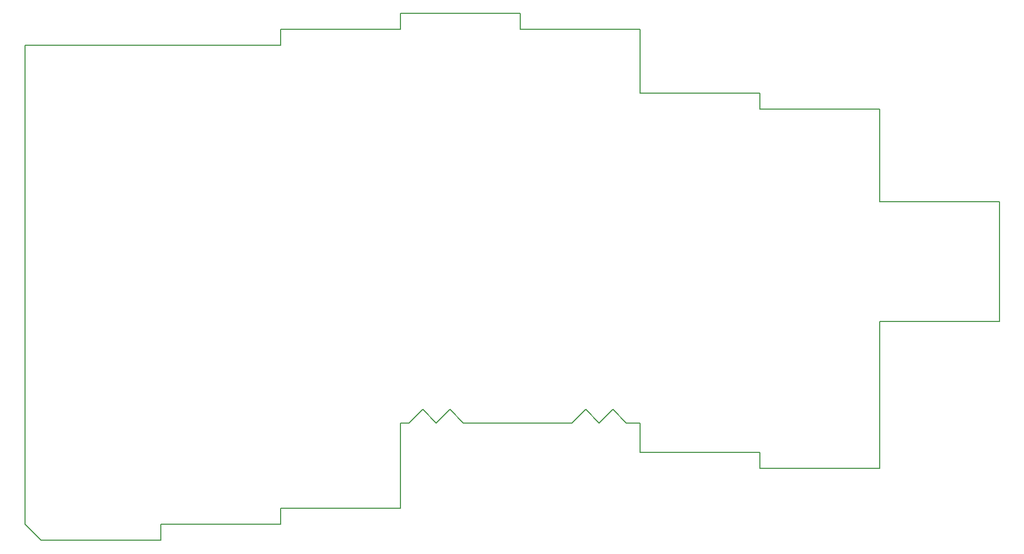
<source format=gm1>
G04 #@! TF.GenerationSoftware,KiCad,Pcbnew,5.1.10*
G04 #@! TF.CreationDate,2021-06-22T11:56:20+03:00*
G04 #@! TF.ProjectId,right,72696768-742e-46b6-9963-61645f706362,rev?*
G04 #@! TF.SameCoordinates,Original*
G04 #@! TF.FileFunction,Profile,NP*
%FSLAX46Y46*%
G04 Gerber Fmt 4.6, Leading zero omitted, Abs format (unit mm)*
G04 Created by KiCad (PCBNEW 5.1.10) date 2021-06-22 11:56:20*
%MOMM*%
%LPD*%
G01*
G04 APERTURE LIST*
G04 #@! TA.AperFunction,Profile*
%ADD10C,0.150000*%
G04 #@! TD*
G04 #@! TA.AperFunction,Profile*
%ADD11C,0.200000*%
G04 #@! TD*
G04 APERTURE END LIST*
D10*
X150622000Y-124968000D02*
X167894000Y-124968000D01*
X176530000Y-124968000D02*
X178689000Y-124968000D01*
X102489000Y-143637000D02*
X83439000Y-143637000D01*
X102489000Y-141097000D02*
X102489000Y-143637000D01*
X121539000Y-141097000D02*
X102489000Y-141097000D01*
X121539000Y-138557000D02*
X121539000Y-141097000D01*
X140589000Y-138557000D02*
X121539000Y-138557000D01*
X140589000Y-124968000D02*
X140589000Y-138557000D01*
X141986000Y-124968000D02*
X140589000Y-124968000D01*
X144145000Y-122809000D02*
X141986000Y-124968000D01*
X146304000Y-124968000D02*
X144145000Y-122809000D01*
X148463000Y-122809000D02*
X146304000Y-124968000D01*
X150622000Y-124968000D02*
X148463000Y-122809000D01*
X170053000Y-122809000D02*
X167894000Y-124968000D01*
X172212000Y-124968000D02*
X170053000Y-122809000D01*
X174371000Y-122809000D02*
X172212000Y-124968000D01*
X176530000Y-124968000D02*
X174371000Y-122809000D01*
X178689000Y-129667000D02*
X178689000Y-124968000D01*
X197739000Y-129667000D02*
X178689000Y-129667000D01*
X197739000Y-132207000D02*
X197739000Y-129667000D01*
X216789000Y-132207000D02*
X197739000Y-132207000D01*
X216789000Y-108839000D02*
X216789000Y-132207000D01*
X235839000Y-108839000D02*
X216789000Y-108839000D01*
X216789000Y-89789000D02*
X235839000Y-89789000D01*
X216789000Y-75057000D02*
X216789000Y-89789000D01*
X197739000Y-75057000D02*
X216789000Y-75057000D01*
X197739000Y-72517000D02*
X197739000Y-75057000D01*
X178689000Y-72517000D02*
X197739000Y-72517000D01*
X178689000Y-62357000D02*
X178689000Y-72517000D01*
X159639000Y-62357000D02*
X178689000Y-62357000D01*
X159639000Y-59817000D02*
X159639000Y-62357000D01*
X140589000Y-62357000D02*
X140589000Y-59817000D01*
X121539000Y-62357000D02*
X140589000Y-62357000D01*
X121539000Y-64897000D02*
X121539000Y-62357000D01*
X102489000Y-64897000D02*
X121539000Y-64897000D01*
X80899000Y-141097000D02*
X80899000Y-122047000D01*
X83439000Y-143637000D02*
X80899000Y-141097000D01*
X235839000Y-89789000D02*
X235839000Y-108839000D01*
X80899000Y-64897000D02*
X80899000Y-122047000D01*
X102489000Y-64897000D02*
X80899000Y-64897000D01*
D11*
X140589000Y-59817000D02*
X159639000Y-59817000D01*
M02*

</source>
